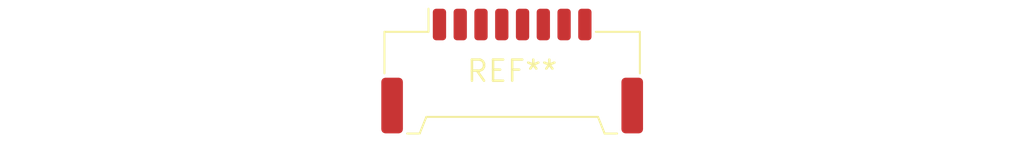
<source format=kicad_pcb>
(kicad_pcb (version 20240108) (generator pcbnew)
  (layers (0 "F.Cu" signal) (31 "B.Cu" signal) (34 "B.Paste" user) (35 "F.Paste" user) (36 "B.SilkS" user "B.Silkscreen") (37 "F.SilkS" user "F.Silkscreen") (38 "B.Mask" user) (39 "F.Mask" user) (44 "Edge.Cuts" user))
  (net 0 "")
  (footprint "Molex_Panelmate_53780-0870_1x08-1MP_P1.25mm_Horizontal" (layer "F.Cu") (at 0 0)
    (property "Reference" "REF**")
    (property "Value" "Molex_Panelmate_53780-0870_1x08-1MP_P1.25mm_Horizontal")
    (fp_line (start -7.685 -2.36) (end -5.035 -2.36) (layer "F.SilkS") (stroke (width 0.12)))
    (fp_line (start -7.685 0.14) (end -7.685 -2.36) (layer "F.SilkS") (stroke (width 0.12)))
    (fp_line (start -6.315 3.76) (end -5.565 3.76) (layer "F.SilkS") (stroke (width 0.12)))
    (fp_line (start -5.565 3.76) (end -5.165 2.76) (layer "F.SilkS") (stroke (width 0.12)))
    (fp_line (start -5.165 2.76) (end 5.165 2.76) (layer "F.SilkS") (stroke (width 0.12)))
    (fp_line (start -5.035 -2.36) (end -5.035 -3.75) (layer "F.SilkS") (stroke (width 0.12)))
    (fp_line (start 5.165 2.76) (end 5.565 3.76) (layer "F.SilkS") (stroke (width 0.12)))
    (fp_line (start 5.565 3.76) (end 6.315 3.76) (layer "F.SilkS") (stroke (width 0.12)))
    (fp_line (start 7.685 -2.36) (end 5.035 -2.36) (layer "F.SilkS") (stroke (width 0.12)))
    (fp_line (start 7.685 0.14) (end 7.685 -2.36) (layer "F.SilkS") (stroke (width 0.12)))
    (pad "1" smd roundrect (at -4.375 -2.8) (size 0.8 1.9) (layers "F.Cu" "F.Paste" "F.Mask"))
    (pad "2" smd roundrect (at -3.125 -2.8) (size 0.8 1.9) (layers "F.Cu" "F.Paste" "F.Mask"))
    (pad "3" smd roundrect (at -1.875 -2.8) (size 0.8 1.9) (layers "F.Cu" "F.Paste" "F.Mask"))
    (pad "4" smd roundrect (at -0.625 -2.8) (size 0.8 1.9) (layers "F.Cu" "F.Paste" "F.Mask"))
    (pad "5" smd roundrect (at 0.625 -2.8) (size 0.8 1.9) (layers "F.Cu" "F.Paste" "F.Mask"))
    (pad "6" smd roundrect (at 1.875 -2.8) (size 0.8 1.9) (layers "F.Cu" "F.Paste" "F.Mask"))
    (pad "7" smd roundrect (at 3.125 -2.8) (size 0.8 1.9) (layers "F.Cu" "F.Paste" "F.Mask"))
    (pad "8" smd roundrect (at 4.375 -2.8) (size 0.8 1.9) (layers "F.Cu" "F.Paste" "F.Mask"))
    (pad "MP" smd roundrect (at -7.225 2.075) (size 1.3 3.35) (layers "F.Cu" "F.Paste" "F.Mask") (roundrect_rratio 0.192308))
    (pad "MP" smd roundrect (at 7.225 2.075) (size 1.3 3.35) (layers "F.Cu" "F.Paste" "F.Mask") (roundrect_rratio 0.192308))
  )
)
</source>
